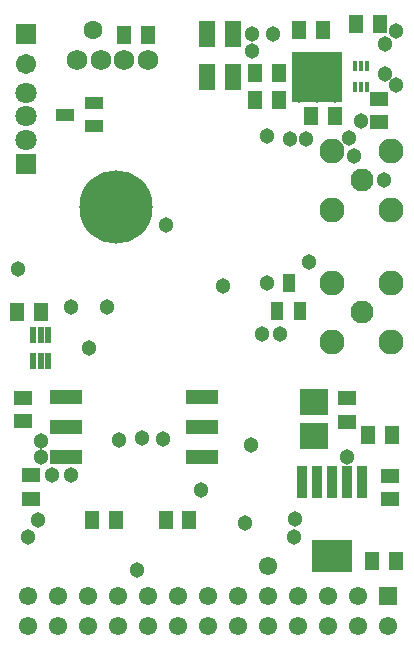
<source format=gbs>
%FSLAX25Y25*%
%MOIN*%
G70*
G01*
G75*
G04 Layer_Color=12632256*
%ADD10O,0.00984X0.04724*%
%ADD11O,0.04724X0.00984*%
%ADD12R,0.04331X0.05118*%
%ADD13R,0.05118X0.04331*%
%ADD14R,0.03937X0.05118*%
%ADD15R,0.05118X0.03937*%
%ADD16R,0.03150X0.05118*%
%ADD17R,0.05118X0.03150*%
G04:AMPARAMS|DCode=18|XSize=78.74mil|YSize=23.62mil|CornerRadius=5.91mil|HoleSize=0mil|Usage=FLASHONLY|Rotation=90.000|XOffset=0mil|YOffset=0mil|HoleType=Round|Shape=RoundedRectangle|*
%AMROUNDEDRECTD18*
21,1,0.07874,0.01181,0,0,90.0*
21,1,0.06693,0.02362,0,0,90.0*
1,1,0.01181,0.00591,0.03347*
1,1,0.01181,0.00591,-0.03347*
1,1,0.01181,-0.00591,-0.03347*
1,1,0.01181,-0.00591,0.03347*
%
%ADD18ROUNDEDRECTD18*%
G04:AMPARAMS|DCode=19|XSize=78.74mil|YSize=23.62mil|CornerRadius=5.91mil|HoleSize=0mil|Usage=FLASHONLY|Rotation=0.000|XOffset=0mil|YOffset=0mil|HoleType=Round|Shape=RoundedRectangle|*
%AMROUNDEDRECTD19*
21,1,0.07874,0.01181,0,0,0.0*
21,1,0.06693,0.02362,0,0,0.0*
1,1,0.01181,0.03347,-0.00591*
1,1,0.01181,-0.03347,-0.00591*
1,1,0.01181,-0.03347,0.00591*
1,1,0.01181,0.03347,0.00591*
%
%ADD19ROUNDEDRECTD19*%
%ADD20C,0.00984*%
%ADD21C,0.01055*%
%ADD22C,0.02362*%
%ADD23C,0.02559*%
%ADD24C,0.06850*%
%ADD25R,0.16142X0.16142*%
%ADD26R,0.06299X0.06299*%
%ADD27C,0.06299*%
%ADD28C,0.05512*%
%ADD29C,0.23622*%
%ADD30R,0.05906X0.05906*%
%ADD31C,0.05906*%
%ADD32C,0.06000*%
%ADD33C,0.05315*%
%ADD34R,0.05315X0.05315*%
%ADD35C,0.06890*%
%ADD36C,0.07480*%
%ADD37C,0.04331*%
%ADD38R,0.04724X0.07874*%
%ADD39R,0.02559X0.09843*%
%ADD40R,0.12992X0.09843*%
%ADD41R,0.08858X0.08071*%
%ADD42R,0.09843X0.03937*%
%ADD43R,0.01575X0.04921*%
%ADD44R,0.00984X0.03347*%
%ADD45C,0.01000*%
%ADD46O,0.01772X0.05512*%
%ADD47O,0.05512X0.01772*%
%ADD48R,0.05131X0.05918*%
%ADD49R,0.05918X0.05131*%
%ADD50R,0.04737X0.05918*%
%ADD51R,0.05918X0.04737*%
%ADD52R,0.03950X0.05918*%
%ADD53R,0.05918X0.03950*%
G04:AMPARAMS|DCode=54|XSize=86.74mil|YSize=31.62mil|CornerRadius=9.91mil|HoleSize=0mil|Usage=FLASHONLY|Rotation=90.000|XOffset=0mil|YOffset=0mil|HoleType=Round|Shape=RoundedRectangle|*
%AMROUNDEDRECTD54*
21,1,0.08674,0.01181,0,0,90.0*
21,1,0.06693,0.03162,0,0,90.0*
1,1,0.01981,0.00591,0.03347*
1,1,0.01981,0.00591,-0.03347*
1,1,0.01981,-0.00591,-0.03347*
1,1,0.01981,-0.00591,0.03347*
%
%ADD54ROUNDEDRECTD54*%
G04:AMPARAMS|DCode=55|XSize=86.74mil|YSize=31.62mil|CornerRadius=9.91mil|HoleSize=0mil|Usage=FLASHONLY|Rotation=0.000|XOffset=0mil|YOffset=0mil|HoleType=Round|Shape=RoundedRectangle|*
%AMROUNDEDRECTD55*
21,1,0.08674,0.01181,0,0,0.0*
21,1,0.06693,0.03162,0,0,0.0*
1,1,0.01981,0.03347,-0.00591*
1,1,0.01981,-0.03347,-0.00591*
1,1,0.01981,-0.03347,0.00591*
1,1,0.01981,0.03347,0.00591*
%
%ADD55ROUNDEDRECTD55*%
%ADD56R,0.16942X0.16942*%
%ADD57R,0.07099X0.07099*%
%ADD58C,0.07099*%
%ADD59C,0.06312*%
%ADD60C,0.24422*%
%ADD61R,0.06706X0.06706*%
%ADD62C,0.06706*%
%ADD63C,0.06800*%
%ADD64C,0.06115*%
%ADD65R,0.06115X0.06115*%
%ADD66C,0.07690*%
%ADD67C,0.08280*%
%ADD68C,0.05131*%
%ADD69R,0.05524X0.08674*%
%ADD70R,0.03359X0.10642*%
%ADD71R,0.13792X0.10642*%
%ADD72R,0.09658X0.08871*%
%ADD73R,0.10642X0.04737*%
%ADD74R,0.01969X0.05315*%
%ADD75R,0.01378X0.03740*%
D50*
X-14968Y-188600D02*
D03*
X-7095D02*
D03*
X-16468Y-146600D02*
D03*
X-8595D02*
D03*
X-97768Y-13300D02*
D03*
X-89894D02*
D03*
X-76016Y-175080D02*
D03*
X-83890D02*
D03*
X-35465Y-40435D02*
D03*
X-27591D02*
D03*
X-46095Y-34923D02*
D03*
X-53969D02*
D03*
Y-25868D02*
D03*
X-46095D02*
D03*
X-39402Y-11694D02*
D03*
X-31528D02*
D03*
X-20369Y-9600D02*
D03*
X-12494D02*
D03*
X-125594Y-105600D02*
D03*
X-133468D02*
D03*
X-100594Y-175100D02*
D03*
X-108468D02*
D03*
D51*
X-12731Y-42437D02*
D03*
Y-34563D02*
D03*
X-9132Y-160163D02*
D03*
Y-168037D02*
D03*
X-23531Y-142237D02*
D03*
Y-134363D02*
D03*
X-128677Y-167891D02*
D03*
Y-160017D02*
D03*
X-131532Y-134163D02*
D03*
Y-142037D02*
D03*
D52*
X-39205Y-105395D02*
D03*
X-46685D02*
D03*
X-42945Y-95947D02*
D03*
D53*
X-107907Y-36060D02*
D03*
Y-43540D02*
D03*
X-117356Y-39800D02*
D03*
D56*
X-33496Y-27442D02*
D03*
D57*
X-130532Y-56200D02*
D03*
D58*
Y-48326D02*
D03*
Y-40452D02*
D03*
Y-32578D02*
D03*
D59*
X-108199Y-11514D02*
D03*
D60*
X-100370Y-70750D02*
D03*
D61*
X-130532Y-13000D02*
D03*
D62*
Y-23000D02*
D03*
D63*
X-89794Y-21537D02*
D03*
X-97668D02*
D03*
X-105542D02*
D03*
X-113416D02*
D03*
D64*
X-129717Y-210395D02*
D03*
Y-200395D02*
D03*
X-119717Y-210395D02*
D03*
Y-200395D02*
D03*
X-109716Y-210395D02*
D03*
Y-200395D02*
D03*
X-99717Y-210395D02*
D03*
Y-200395D02*
D03*
X-89717Y-210395D02*
D03*
Y-200395D02*
D03*
X-79716Y-210395D02*
D03*
Y-200395D02*
D03*
X-69717Y-210395D02*
D03*
Y-200395D02*
D03*
X-59716Y-210395D02*
D03*
Y-200395D02*
D03*
X-49716Y-210395D02*
D03*
Y-200395D02*
D03*
X-39717Y-210395D02*
D03*
Y-200395D02*
D03*
X-29717Y-210395D02*
D03*
Y-200395D02*
D03*
X-19716Y-210395D02*
D03*
Y-200395D02*
D03*
X-9717Y-210395D02*
D03*
X-49716Y-190395D02*
D03*
D65*
X-9717Y-200395D02*
D03*
D66*
X-18496Y-105789D02*
D03*
Y-61695D02*
D03*
D67*
X-8653Y-95947D02*
D03*
X-28339D02*
D03*
Y-115631D02*
D03*
X-8653D02*
D03*
Y-51852D02*
D03*
X-28339D02*
D03*
Y-71537D02*
D03*
X-8653D02*
D03*
D68*
X-39402Y-21537D02*
D03*
X-33496D02*
D03*
X-27591D02*
D03*
Y-27442D02*
D03*
X-33496Y-33348D02*
D03*
X-39402D02*
D03*
X-27591D02*
D03*
X-39402Y-27442D02*
D03*
X-10831Y-26200D02*
D03*
X-7131Y-11900D02*
D03*
X-10831Y-16200D02*
D03*
X-133031Y-91300D02*
D03*
X-51832Y-112800D02*
D03*
X-50231Y-46900D02*
D03*
X-99331Y-148400D02*
D03*
X-115532Y-160000D02*
D03*
X-40731Y-174600D02*
D03*
X-64732Y-96900D02*
D03*
X-125333Y-148500D02*
D03*
X-125331Y-154100D02*
D03*
X-121832Y-160100D02*
D03*
X-109332Y-117700D02*
D03*
X-23531Y-154100D02*
D03*
X-50032Y-96000D02*
D03*
X-126532Y-175100D02*
D03*
X-91931Y-147700D02*
D03*
X-57531Y-176000D02*
D03*
X-48063Y-12876D02*
D03*
X-18929Y-42009D02*
D03*
X-55150Y-18781D02*
D03*
X-37031Y-47899D02*
D03*
X-42432Y-47900D02*
D03*
X-55150Y-12876D02*
D03*
X-11032Y-61600D02*
D03*
X-21231Y-53700D02*
D03*
X-22831Y-47600D02*
D03*
X-83732Y-76600D02*
D03*
X-36031Y-89100D02*
D03*
X-55543Y-149883D02*
D03*
X-93339Y-191616D02*
D03*
X-72079Y-164844D02*
D03*
X-115465Y-103900D02*
D03*
X-129732Y-180600D02*
D03*
X-84732Y-147800D02*
D03*
X-103431Y-103800D02*
D03*
X-41131Y-180500D02*
D03*
X-7063Y-30009D02*
D03*
X-45832Y-112800D02*
D03*
D69*
X-61301Y-12817D02*
D03*
X-69962Y-27384D02*
D03*
X-61301D02*
D03*
X-69962Y-12817D02*
D03*
D70*
X-38532Y-162198D02*
D03*
X-33531D02*
D03*
X-28532D02*
D03*
X-23531D02*
D03*
X-18531D02*
D03*
D71*
X-28532Y-187002D02*
D03*
D72*
X-34332Y-147010D02*
D03*
Y-135790D02*
D03*
D73*
X-117169Y-154100D02*
D03*
Y-144100D02*
D03*
Y-134100D02*
D03*
X-71894Y-154100D02*
D03*
Y-144100D02*
D03*
Y-134100D02*
D03*
D74*
X-123031Y-122100D02*
D03*
X-125591D02*
D03*
X-128150D02*
D03*
Y-113242D02*
D03*
X-123031D02*
D03*
X-125591D02*
D03*
D75*
X-16831Y-30600D02*
D03*
X-18800D02*
D03*
X-20768D02*
D03*
Y-23710D02*
D03*
X-18800D02*
D03*
X-16831D02*
D03*
M02*

</source>
